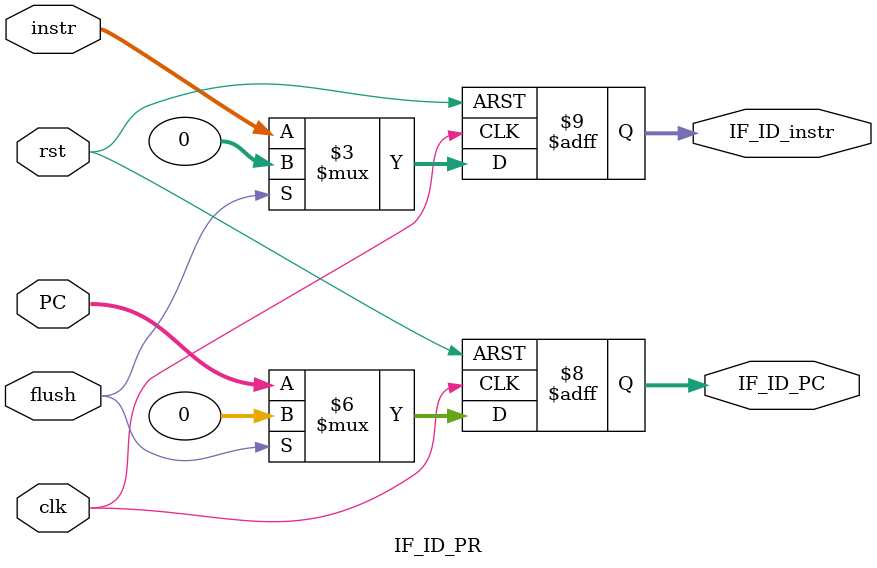
<source format=v>
module IF_ID_PR(PC, instr, IF_ID_PC, IF_ID_instr, flush, clk, rst);
	input wire [31:0] PC, instr;
	output reg [31:0] IF_ID_PC, IF_ID_instr;
	input wire clk, rst, flush;
	
	
	always @(posedge rst, posedge clk)
		begin
		if(rst)
			begin
			IF_ID_PC <= 0;
			IF_ID_instr <= 0;
			end
		else
			begin
			if(flush)
				begin
				IF_ID_PC <= 0;
				IF_ID_instr <= 0;
				end
			else
				begin
				IF_ID_PC <= PC;
				IF_ID_instr <= instr;
				end
			end
		end
endmodule
</source>
